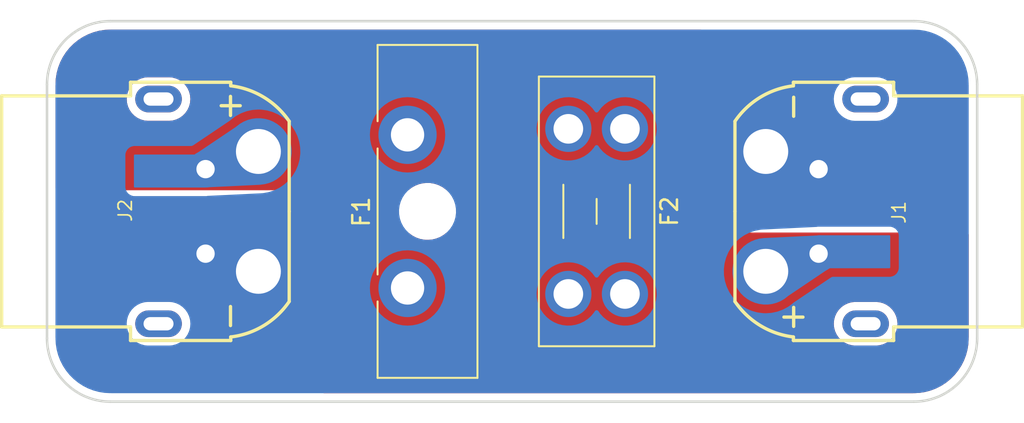
<source format=kicad_pcb>
(kicad_pcb (version 20211014) (generator pcbnew)
  (layers (0 "F.Cu" signal) (31 "B.Cu" signal) (34 "B.Paste" user) (35 "F.Paste" user) (36 "B.SilkS" user "B.Silkscreen") (37 "F.SilkS" user "F.Silkscreen") (38 "B.Mask" user) (39 "F.Mask" user) (44 "Edge.Cuts" user))
  (net 0 "")
  (net 1 "Net-(J1-Pad2)")
  (net 2 "Net-(F1-Pad2)")
  (net 3 "GND")
  (footprint "donutbrary:Amass_XT60PW-M_Kombifootprint" (layer "F.Cu") (at 157.48 71.12 -90)
    (fp_text reference "J1" (at 0.058805 -8 90) (layer "F.SilkS") (effects (font (size 0.8 0.8) (thickness 0.1))))
    (fp_text value "Screw_Terminal_01x02" hide)
    (fp_line (start 6.941195 -7.682437) (end 7.756897 -7.682437) (layer "F.SilkS") (width 0.2))
    (fp_line (start -6.858 -1.6764) (end -5.715 -1.6764) (layer "F.SilkS") (width 0.2))
    (fp_line (start -7.756897 -7.682437) (end -7.756897 -1.661935) (layer "F.SilkS") (width 0.2))
    (fp_line (start -6.941195 -15.42421) (end -6.941195 -7.682437) (layer "F.SilkS") (width 0.2))
    (fp_line (start 7.756897 -1.661935) (end 7.543269 -1.661935) (layer "F.SilkS") (width 0.2))
    (fp_line (start 7.756897 -7.682437) (end 7.756897 -1.661935) (layer "F.SilkS") (width 0.2))
    (fp_line (start 6.941195 -15.42421) (end 6.941195 -7.682437) (layer "F.SilkS") (width 0.2))
    (fp_line (start 5.7658 -1.6764) (end 6.9088 -1.6764) (layer "F.SilkS") (width 0.2))
    (fp_line (start -5.413054 1.85) (end 0 1.85) (layer "F.SilkS") (width 0.2))
    (fp_line (start -6.941195 -7.682437) (end -7.756897 -7.682437) (layer "F.SilkS") (width 0.2))
    (fp_line (start -7.756897 -1.661935) (end -7.543269 -1.661935) (layer "F.SilkS") (width 0.2))
    (fp_line (start 6.941195 -15.42421) (end 0 -15.42421) (layer "F.SilkS") (width 0.2))
    (fp_line (start -6.941195 -15.42421) (end 0 -15.42421) (layer "F.SilkS") (width 0.2))
    (fp_line (start 5.413054 1.85) (end 0 1.85) (layer "F.SilkS") (width 0.2))
    (fp_line (start 6.35 -1.0922) (end 6.35 -2.2352) (layer "F.SilkS") (width 0.2))
    (fp_arc (start 7.543269 -1.661935) (mid 6.858863 0.324952) (end 5.413054 1.85) (layer "F.SilkS") (width 0.2))
    (fp_arc (start -5.413054 1.85) (mid -6.858863 0.324953) (end -7.543269 -1.661935) (layer "F.SilkS") (width 0.2))
    (pad "" thru_hole oval (at -6.75 -6 270) (size 1.6 2.8) (drill oval 0.8 1.8) (layers *.Cu *.Mask))
    (pad "" thru_hole oval (at 6.75 -6 270) (size 1.6 2.8) (drill oval 0.8 1.8) (layers *.Cu *.Mask))
    (pad "1" thru_hole circle (at -2.54 -3.175 270) (size 2.2 2.2) (drill 1.1) (layers *.Cu *.Mask) (net 3 "GND"))
    (pad "1" thru_hole custom (at -3.6 0 270) (size 4 4) (drill 2.7) (layers *.Cu *.Mask) (net 3 "GND") (options (clearance outline) (anchor circle)) (primitives (gr_poly (pts (xy 1.695 -3.937) (xy 2.10394 -3.14706) (xy 1.949 0) (xy -1.861 0) (xy -1.734 -0.889) (xy 0.1075 -3.6195) (xy 1.441 -4.064)) (width 0.1) (fill yes)) (gr_poly (pts (xy 2.1 -3.175) (xy 0.21786 -3.175) (xy 0.21786 -7.4295) (xy 2.1 -7.4295)) (width 0.1) (fill yes))))
    (pad "2" thru_hole custom (at 3.6 0 270) (size 4 4) (drill 2.7) (layers *.Cu *.Mask) (net 1 "Net-(J1-Pad2)") (options (clearance outline) (anchor circle)) (primitives (gr_poly (pts (xy -0.19894 -3.75158) (xy 1.44698 -1.30556) (xy -1.949 0.127) (xy -2.10902 -3.1877) (xy -1.5045 -4.064) (xy -0.552 -4.064)) (width 0.1) (fill yes)) (gr_poly (pts (xy -0.2345 -3.175) (xy -2.11664 -3.175) (xy -2.11664 -7.4295) (xy -0.2345 -7.4295)) (width 0.1) (fill yes))))
    (pad "2" thru_hole circle (at 2.54 -3.175 270) (size 2.2 2.2) (drill 1.1) (layers *.Cu *.Mask) (net 1 "Net-(J1-Pad2)"))
  )
  (footprint "Fuse:Fuseholder_Blade_ATO_Littelfuse_Pudenz_2_Pin" (layer "F.Cu") (at 135.96 75.72 90)
    (fp_text reference "F1" (at 4.57 -2.78 90) (layer "F.SilkS"))
    (fp_text value "Fuse")
    (fp_line (start 10.02 -1.8) (end 14.6 -1.8) (layer "F.SilkS") (width 0.12))
    (fp_line (start 0.81 -1.8) (end 8.38 -1.8) (layer "F.SilkS") (width 0.12))
    (fp_line (start 14.6 4.2) (end -5.4 4.2) (layer "F.SilkS") (width 0.12))
    (fp_line (start -5.4 4.2) (end -5.4 -1.8) (layer "F.SilkS") (width 0.12))
    (fp_line (start 14.6 -1.8) (end 14.6 4.2) (layer "F.SilkS") (width 0.12))
    (fp_line (start -5.4 -1.8) (end -0.81 -1.8) (layer "F.SilkS") (width 0.12))
    (pad "" np_thru_hole circle (at 4.6 1.2 90) (size 2.4 2.4) (drill 2.4) (layers *.Cu *.Mask))
    (pad "1" thru_hole circle (at 0 0 90) (size 3.5 3.5) (drill 2) (layers *.Cu *.Mask) (net 1 "Net-(J1-Pad2)"))
    (pad "2" thru_hole circle (at 9.2 0 90) (size 3.5 3.5) (drill 2) (layers *.Cu *.Mask) (net 2 "Net-(F1-Pad2)"))
  )
  (footprint "Fuse:Fuseholder_Blade_Mini_Keystone_3568" (layer "F.Cu") (at 149.02 66.16 -90)
    (fp_text reference "F2" (at 4.96 -2.67 90) (layer "F.SilkS"))
    (fp_text value "Fuse")
    (fp_line (start 6.56 3.7) (end 3.36 3.7) (layer "F.SilkS") (width 0.12))
    (fp_line (start -3.14 -1.77) (end -3.14 5.17) (layer "F.SilkS") (width 0.12))
    (fp_line (start 13.06 5.17) (end 13.06 -1.77) (layer "F.SilkS") (width 0.12))
    (fp_line (start 3.36 -0.3) (end 6.56 -0.3) (layer "F.SilkS") (width 0.12))
    (fp_line (start -3.14 5.17) (end 13.06 5.17) (layer "F.SilkS") (width 0.12))
    (fp_line (start 4.21 1.7) (end 5.71 1.7) (layer "F.SilkS") (width 0.12))
    (fp_line (start 13.06 -1.77) (end -3.14 -1.77) (layer "F.SilkS") (width 0.12))
    (pad "1" thru_hole circle (at 0 0 270) (size 2.78 2.78) (drill 1.78) (layers *.Cu *.Mask) (net 2 "Net-(F1-Pad2)"))
    (pad "1" thru_hole circle (at 0 3.4 270) (size 2.78 2.78) (drill 1.78) (layers *.Cu *.Mask) (net 2 "Net-(F1-Pad2)"))
    (pad "2" thru_hole circle (at 9.92 0 270) (size 2.78 2.78) (drill 1.78) (layers *.Cu *.Mask) (net 1 "Net-(J1-Pad2)"))
    (pad "2" thru_hole circle (at 9.92 3.4 270) (size 2.78 2.78) (drill 1.78) (layers *.Cu *.Mask) (net 1 "Net-(J1-Pad2)"))
  )
  (footprint "donutbrary:Amass_XT60PW-M_Kombifootprint" (layer "F.Cu") (at 127 71.12 90)
    (fp_text reference "J2" (at 0.058805 -8 90) (layer "F.SilkS") (effects (font (size 0.8 0.8) (thickness 0.1))))
    (fp_text value "Conn_01x02" hide)
    (fp_line (start 5.7658 -1.6764) (end 6.9088 -1.6764) (layer "F.SilkS") (width 0.2))
    (fp_line (start 5.413054 1.85) (end 0 1.85) (layer "F.SilkS") (width 0.2))
    (fp_line (start -5.413054 1.85) (end 0 1.85) (layer "F.SilkS") (width 0.2))
    (fp_line (start 6.35 -1.0922) (end 6.35 -2.2352) (layer "F.SilkS") (width 0.2))
    (fp_line (start -6.858 -1.6764) (end -5.715 -1.6764) (layer "F.SilkS") (width 0.2))
    (fp_line (start -7.756897 -7.682437) (end -7.756897 -1.661935) (layer "F.SilkS") (width 0.2))
    (fp_line (start -6.941195 -15.42421) (end -6.941195 -7.682437) (layer "F.SilkS") (width 0.2))
    (fp_line (start -7.756897 -1.661935) (end -7.543269 -1.661935) (layer "F.SilkS") (width 0.2))
    (fp_line (start 7.756897 -7.682437) (end 7.756897 -1.661935) (layer "F.SilkS") (width 0.2))
    (fp_line (start -6.941195 -15.42421) (end 0 -15.42421) (layer "F.SilkS") (width 0.2))
    (fp_line (start 7.756897 -1.661935) (end 7.543269 -1.661935) (layer "F.SilkS") (width 0.2))
    (fp_line (start -6.941195 -7.682437) (end -7.756897 -7.682437) (layer "F.SilkS") (width 0.2))
    (fp_line (start 6.941195 -15.42421) (end 6.941195 -7.682437) (layer "F.SilkS") (width 0.2))
    (fp_line (start 6.941195 -7.682437) (end 7.756897 -7.682437) (layer "F.SilkS") (width 0.2))
    (fp_line (start 6.941195 -15.42421) (end 0 -15.42421) (layer "F.SilkS") (width 0.2))
    (fp_arc (start -5.413054 1.85) (mid -6.858863 0.324953) (end -7.543269 -1.661935) (layer "F.SilkS") (width 0.2))
    (fp_arc (start 7.543269 -1.661935) (mid 6.858863 0.324952) (end 5.413054 1.85) (layer "F.SilkS") (width 0.2))
    (pad "" thru_hole oval (at -6.75 -6 90) (size 1.6 2.8) (drill oval 0.8 1.8) (layers *.Cu *.Mask))
    (pad "" thru_hole oval (at 6.75 -6 90) (size 1.6 2.8) (drill oval 0.8 1.8) (layers *.Cu *.Mask))
    (pad "1" thru_hole custom (at -3.6 0 90) (size 4 4) (drill 2.7) (layers *.Cu *.Mask) (net 3 "GND") (options (clearance outline) (anchor circle)) (primitives (gr_poly (pts (xy 1.695 -3.937) (xy 2.10394 -3.14706) (xy 1.949 0) (xy -1.861 0) (xy -1.734 -0.889) (xy 0.1075 -3.6195) (xy 1.441 -4.064)) (width 0.1) (fill yes)) (gr_poly (pts (xy 2.1 -3.175) (xy 0.21786 -3.175) (xy 0.21786 -7.4295) (xy 2.1 -7.4295)) (width 0.1) (fill yes))))
    (pad "1" thru_hole circle (at -2.54 -3.175 90) (size 2.2 2.2) (drill 1.1) (layers *.Cu *.Mask) (net 3 "GND"))
    (pad "2" thru_hole custom (at 3.6 0 90) (size 4 4) (drill 2.7) (layers *.Cu *.Mask) (net 2 "Net-(F1-Pad2)") (options (clearance outline) (anchor circle)) (primitives (gr_poly (pts (xy -0.19894 -3.75158) (xy 1.44698 -1.30556) (xy -1.949 0.127) (xy -2.10902 -3.1877) (xy -1.5045 -4.064) (xy -0.552 -4.064)) (width 0.1) (fill yes)) (gr_poly (pts (xy -0.2345 -3.175) (xy -2.11664 -3.175) (xy -2.11664 -7.4295) (xy -0.2345 -7.4295)) (width 0.1) (fill yes))))
    (pad "2" thru_hole circle (at 2.54 -3.175 90) (size 2.2 2.2) (drill 1.1) (layers *.Cu *.Mask) (net 2 "Net-(F1-Pad2)"))
  )
  (gr_line (start 118.11 82.55) (end 166.37 82.55) (layer "Edge.Cuts") (width 0.1524))
  (gr_line (start 114.3 63.5) (end 114.3 78.74) (layer "Edge.Cuts") (width 0.1524))
  (gr_arc (start 170.18 78.74) (mid 169.064077 81.434077) (end 166.37 82.55) (layer "Edge.Cuts") (width 0.1524))
  (gr_arc (start 118.11 82.55) (mid 115.415923 81.434077) (end 114.3 78.74) (layer "Edge.Cuts") (width 0.1524))
  (gr_line (start 170.18 78.74) (end 170.18 63.5) (layer "Edge.Cuts") (width 0.1524))
  (gr_arc (start 166.37 59.69) (mid 169.064077 60.805923) (end 170.18 63.5) (layer "Edge.Cuts") (width 0.1524))
  (gr_arc (start 114.3 63.5) (mid 115.415923 60.805923) (end 118.11 59.69) (layer "Edge.Cuts") (width 0.1524))
  (gr_line (start 166.37 59.69) (end 118.11 59.69) (layer "Edge.Cuts") (width 0.1524))
  (segment (start 136.32 76.08) (end 135.96 75.72) (width 1.27) (layer "F.Cu") (net 1))
  (zone (net 1) (net_name "Net-(J1-Pad2)") (layer "F.Cu") (connect_pads yes (clearance 0.508)) (min_thickness 0.254) (fill yes (thermal_gap 0.508) (thermal_bridge_width 0.508))
    (polygon (pts (xy 170.18 83.82) (xy 130.81 83.82) (xy 130.81 72.39) (xy 170.18 72.39)))
  )
  (zone (net 2) (net_name "Net-(F1-Pad2)") (layer "F.Cu") (connect_pads yes (clearance 0.508)) (min_thickness 0.254) (fill yes (thermal_gap 0.508) (thermal_bridge_width 0.508))
    (polygon (pts (xy 153.67 69.85) (xy 114.3 69.85) (xy 114.3 58.42) (xy 153.67 58.42)))
  )
  (zone (net 3) (net_name "GND") (layer "B.Cu") (connect_pads (clearance 0.508)) (min_thickness 0.254) (fill yes (thermal_gap 0.508) (thermal_bridge_width 0.508))
    (polygon (pts (xy 170.18 83.82) (xy 114.3 83.82) (xy 114.3 58.42) (xy 170.18 58.42)))
  )
)
</source>
